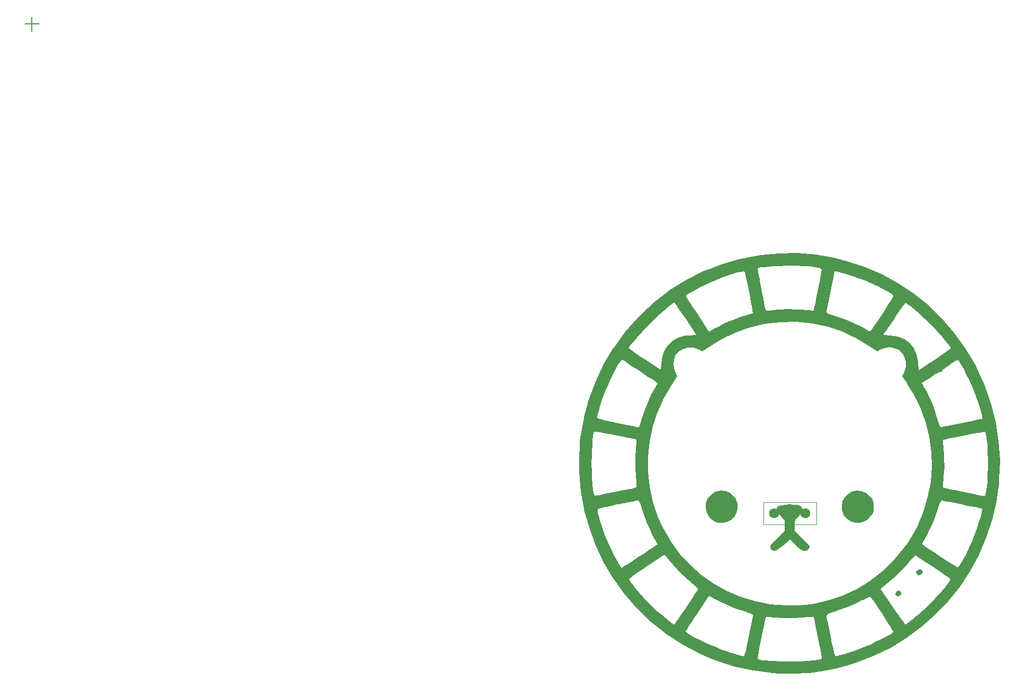
<source format=gbr>
%TF.GenerationSoftware,KiCad,Pcbnew,8.0.4*%
%TF.CreationDate,2024-08-07T13:37:20+08:00*%
%TF.ProjectId,flashlight schematic,666c6173-686c-4696-9768-742073636865,rev?*%
%TF.SameCoordinates,Original*%
%TF.FileFunction,Legend,Top*%
%TF.FilePolarity,Positive*%
%FSLAX46Y46*%
G04 Gerber Fmt 4.6, Leading zero omitted, Abs format (unit mm)*
G04 Created by KiCad (PCBNEW 8.0.4) date 2024-08-07 13:37:20*
%MOMM*%
%LPD*%
G01*
G04 APERTURE LIST*
%ADD10C,0.150000*%
%ADD11C,0.100000*%
%ADD12C,0.000000*%
%ADD13C,0.120000*%
%ADD14C,1.600000*%
G04 APERTURE END LIST*
D10*
X27757142Y-29287200D02*
X30042857Y-29287200D01*
X28899999Y-30430057D02*
X28899999Y-28144342D01*
D11*
%TO.C,SW1*%
X145850000Y-105850000D02*
X154350000Y-105850000D01*
X145850000Y-109350000D02*
X145850000Y-105850000D01*
X154350000Y-105850000D02*
X154350000Y-109350000D01*
X154350000Y-109350000D02*
X145850000Y-109350000D01*
D12*
%TO.C,G\u002A\u002A\u002A*%
G36*
X125301658Y-114545304D02*
G01*
X125231492Y-114615470D01*
X125161326Y-114545304D01*
X125231492Y-114475139D01*
X125301658Y-114545304D01*
G37*
G36*
X140176796Y-122544199D02*
G01*
X140106630Y-122614365D01*
X140036465Y-122544199D01*
X140106630Y-122474034D01*
X140176796Y-122544199D01*
G37*
G36*
X167743483Y-120016569D02*
G01*
X167920001Y-120226977D01*
X167878403Y-120526708D01*
X167741910Y-120709866D01*
X167497900Y-120900950D01*
X167280547Y-120884296D01*
X167143247Y-120807120D01*
X166990477Y-120575532D01*
X167022467Y-120282361D01*
X167205911Y-120042706D01*
X167385235Y-119970872D01*
X167743483Y-120016569D01*
G37*
G36*
X171158903Y-116682431D02*
G01*
X171245208Y-116802086D01*
X171318187Y-117029826D01*
X171265570Y-117178211D01*
X171109866Y-117341910D01*
X170838933Y-117538759D01*
X170598510Y-117488558D01*
X170428534Y-117342189D01*
X170285047Y-117087949D01*
X170353282Y-116851028D01*
X170581701Y-116645923D01*
X170890587Y-116587510D01*
X171158903Y-116682431D01*
G37*
G36*
X139835648Y-104056112D02*
G01*
X140586648Y-104379085D01*
X140995120Y-104693715D01*
X141476036Y-105319425D01*
X141729769Y-106044229D01*
X141761375Y-106809626D01*
X141575912Y-107557118D01*
X141178440Y-108228205D01*
X140647361Y-108715952D01*
X140089506Y-108969230D01*
X139403059Y-109100404D01*
X138709345Y-109097925D01*
X138139380Y-108954693D01*
X137783036Y-108727500D01*
X137394118Y-108386744D01*
X137268214Y-108252658D01*
X136809610Y-107542797D01*
X136604253Y-106786291D01*
X136640869Y-106030309D01*
X136908182Y-105322017D01*
X137394920Y-104708584D01*
X138089808Y-104237177D01*
X138244646Y-104167472D01*
X139034919Y-103981736D01*
X139835648Y-104056112D01*
G37*
G36*
X161562385Y-104051129D02*
G01*
X162291975Y-104352494D01*
X162911790Y-104865422D01*
X163294707Y-105420473D01*
X163455257Y-105943292D01*
X163503749Y-106590105D01*
X163440229Y-107228026D01*
X163293902Y-107672346D01*
X162913617Y-108213686D01*
X162409508Y-108686536D01*
X161886995Y-108992131D01*
X161883959Y-108993283D01*
X161285855Y-109118151D01*
X160607891Y-109111815D01*
X160000377Y-108978753D01*
X159893371Y-108933983D01*
X159167192Y-108456248D01*
X158669069Y-107819798D01*
X158410055Y-107042022D01*
X158373635Y-106542768D01*
X158503767Y-105694090D01*
X158873250Y-104990529D01*
X159476222Y-104440670D01*
X159996027Y-104167472D01*
X160778558Y-103982424D01*
X161562385Y-104051129D01*
G37*
G36*
X150681771Y-106208527D02*
G01*
X151304221Y-106281276D01*
X151578730Y-106343291D01*
X151922629Y-106464366D01*
X152071149Y-106634212D01*
X152104822Y-106953027D01*
X152104973Y-106998055D01*
X152066314Y-107331874D01*
X151917103Y-107630177D01*
X151607487Y-107980885D01*
X151473481Y-108111750D01*
X151126112Y-108459668D01*
X150937244Y-108729697D01*
X150858649Y-109033778D01*
X150842101Y-109483851D01*
X150841989Y-109577518D01*
X150841989Y-110438210D01*
X152068724Y-111595273D01*
X152585595Y-112087315D01*
X152926479Y-112432420D01*
X153121574Y-112674068D01*
X153201076Y-112855743D01*
X153195183Y-113020925D01*
X153153759Y-113157660D01*
X152983698Y-113458338D01*
X152688423Y-113588491D01*
X152539268Y-113608394D01*
X152210825Y-113597573D01*
X151909105Y-113463212D01*
X151538053Y-113160174D01*
X151489315Y-113115009D01*
X151071650Y-112728263D01*
X150659468Y-112351503D01*
X150488829Y-112197651D01*
X150065504Y-111819087D01*
X149043880Y-112726118D01*
X148437960Y-113228713D01*
X147970541Y-113524813D01*
X147605286Y-113627475D01*
X147305856Y-113549756D01*
X147133229Y-113412629D01*
X146967580Y-113185036D01*
X146944675Y-112939990D01*
X147083331Y-112641846D01*
X147402365Y-112254962D01*
X147920593Y-111743692D01*
X148104420Y-111572964D01*
X149296133Y-110475691D01*
X149297238Y-109586102D01*
X149287512Y-109090052D01*
X149226618Y-108764404D01*
X149069287Y-108498960D01*
X148770247Y-108183522D01*
X148688173Y-108103496D01*
X148254469Y-107597964D01*
X148012492Y-107128147D01*
X147982620Y-106739975D01*
X148031337Y-106623083D01*
X148274387Y-106454182D01*
X148728594Y-106322941D01*
X149326319Y-106234695D01*
X149999924Y-106194779D01*
X150681771Y-106208527D01*
G37*
G36*
X154238510Y-66224441D02*
G01*
X157132981Y-66713633D01*
X159036358Y-67184816D01*
X161957810Y-68149061D01*
X164752743Y-69357810D01*
X167408345Y-70800497D01*
X169911804Y-72466558D01*
X172250305Y-74345428D01*
X174411036Y-76426544D01*
X176381184Y-78699340D01*
X178147937Y-81153253D01*
X179698480Y-83777717D01*
X180095484Y-84548384D01*
X181331773Y-87330112D01*
X182312323Y-90199041D01*
X183032763Y-93131997D01*
X183488724Y-96105803D01*
X183675837Y-99097285D01*
X183589732Y-102083268D01*
X183530692Y-102768169D01*
X183100063Y-105787065D01*
X182409111Y-108721404D01*
X181468735Y-111557533D01*
X180289830Y-114281803D01*
X178883295Y-116880563D01*
X177260026Y-119340160D01*
X175430921Y-121646946D01*
X173406878Y-123787268D01*
X171198792Y-125747476D01*
X168817562Y-127513919D01*
X166274085Y-129072946D01*
X163579259Y-130410906D01*
X160743979Y-131514148D01*
X160524862Y-131587416D01*
X159135592Y-132000235D01*
X157574057Y-132385792D01*
X155948618Y-132721353D01*
X154367639Y-132984188D01*
X153168169Y-133130692D01*
X152348148Y-133189879D01*
X151354353Y-133230299D01*
X150276577Y-133251111D01*
X149204611Y-133251474D01*
X148228245Y-133230546D01*
X147437270Y-133187486D01*
X147403868Y-133184708D01*
X144293571Y-132785247D01*
X141285310Y-132124441D01*
X138381909Y-131203490D01*
X137339805Y-130763683D01*
X144948067Y-130763683D01*
X145014744Y-130913336D01*
X145250578Y-131017684D01*
X145709267Y-131099468D01*
X145754973Y-131105432D01*
X148741542Y-131350834D01*
X151757220Y-131329276D01*
X153894199Y-131150542D01*
X154518853Y-131069305D01*
X154911219Y-130992061D01*
X155119081Y-130904526D01*
X155190218Y-130792418D01*
X155192266Y-130762525D01*
X155165784Y-130557890D01*
X155092625Y-130134856D01*
X154982222Y-129540351D01*
X154844005Y-128821300D01*
X154687405Y-128024631D01*
X154521855Y-127197270D01*
X154356786Y-126386142D01*
X154201628Y-125638175D01*
X154065814Y-125000294D01*
X153958776Y-124519427D01*
X153889943Y-124242500D01*
X153872199Y-124194483D01*
X153718602Y-124184497D01*
X153338766Y-124198121D01*
X152785864Y-124232464D01*
X152113067Y-124284634D01*
X151936748Y-124299740D01*
X150749696Y-124378610D01*
X149669117Y-124389262D01*
X148529295Y-124331912D01*
X148188319Y-124304665D01*
X147495834Y-124249986D01*
X146910891Y-124211573D01*
X146486586Y-124192328D01*
X146276012Y-124195154D01*
X146263208Y-124199408D01*
X146219265Y-124348662D01*
X146132148Y-124726701D01*
X146011256Y-125286617D01*
X145865988Y-125981500D01*
X145705742Y-126764439D01*
X145539916Y-127588526D01*
X145377908Y-128406850D01*
X145229117Y-129172502D01*
X145102940Y-129838573D01*
X145008777Y-130358152D01*
X144956025Y-130684331D01*
X144948067Y-130763683D01*
X137339805Y-130763683D01*
X135586194Y-130023593D01*
X132900990Y-128585949D01*
X130329122Y-126891758D01*
X129783562Y-126458648D01*
X133413856Y-126458648D01*
X133482287Y-126606464D01*
X133776967Y-126839231D01*
X134262694Y-127139839D01*
X134904270Y-127491177D01*
X135666494Y-127876133D01*
X136514166Y-128277598D01*
X137412086Y-128678459D01*
X138325054Y-129061607D01*
X139217871Y-129409930D01*
X140055336Y-129706318D01*
X140176796Y-129746143D01*
X140797689Y-129947295D01*
X141362449Y-130130255D01*
X141788074Y-130268134D01*
X141930940Y-130314412D01*
X142234139Y-130412997D01*
X142469306Y-130466943D01*
X142652723Y-130446477D01*
X142800671Y-130321829D01*
X142929433Y-130063226D01*
X143055290Y-129640898D01*
X143194523Y-129025071D01*
X143363415Y-128185976D01*
X143513882Y-127419953D01*
X143691114Y-126511782D01*
X143850460Y-125680544D01*
X143983518Y-124971266D01*
X144081888Y-124428972D01*
X144137167Y-124098688D01*
X144145374Y-124035574D01*
X144143776Y-124004449D01*
X155929615Y-124004449D01*
X155972372Y-124202325D01*
X156060671Y-124633101D01*
X156185962Y-125254279D01*
X156339695Y-126023357D01*
X156513319Y-126897836D01*
X156602794Y-127350553D01*
X156824595Y-128446811D01*
X157007278Y-129285406D01*
X157155899Y-129885836D01*
X157275516Y-130267603D01*
X157371186Y-130450206D01*
X157412580Y-130472929D01*
X157621572Y-130435366D01*
X158033876Y-130333881D01*
X158584002Y-130185281D01*
X159038786Y-130055603D01*
X159822326Y-129812169D01*
X160680990Y-129521513D01*
X161469713Y-129233443D01*
X161726025Y-129132957D01*
X162331454Y-128875632D01*
X163027519Y-128558128D01*
X163769054Y-128203576D01*
X164510893Y-127835102D01*
X165207872Y-127475834D01*
X165814824Y-127148900D01*
X166286584Y-126877429D01*
X166577986Y-126684548D01*
X166649468Y-126611812D01*
X166590744Y-126460949D01*
X166399619Y-126119024D01*
X166102105Y-125625799D01*
X165724216Y-125021034D01*
X165291964Y-124344492D01*
X164831361Y-123635934D01*
X164368419Y-122935120D01*
X163929152Y-122281813D01*
X163539572Y-121715774D01*
X163225692Y-121276763D01*
X163013523Y-121004543D01*
X162934670Y-120933569D01*
X162780727Y-120994002D01*
X162425379Y-121157283D01*
X161917935Y-121400101D01*
X161307703Y-121699148D01*
X161158489Y-121773186D01*
X160311308Y-122167141D01*
X159329598Y-122581320D01*
X158349107Y-122960316D01*
X157674631Y-123195171D01*
X156920677Y-123447671D01*
X156403627Y-123641329D01*
X156089785Y-123791771D01*
X155945453Y-123914625D01*
X155929615Y-124004449D01*
X144143776Y-124004449D01*
X144136615Y-123864922D01*
X144038156Y-123735673D01*
X143797811Y-123616982D01*
X143363394Y-123478007D01*
X143053592Y-123390297D01*
X141087468Y-122731354D01*
X139085020Y-121844849D01*
X138420425Y-121503004D01*
X137155214Y-120828858D01*
X135333132Y-123557940D01*
X134811640Y-124340098D01*
X134340007Y-125049521D01*
X133941421Y-125651165D01*
X133639067Y-126109988D01*
X133456132Y-126390947D01*
X133413856Y-126458648D01*
X129783562Y-126458648D01*
X127873415Y-124942217D01*
X127767943Y-124850474D01*
X125587732Y-122762489D01*
X123616045Y-120493083D01*
X121900845Y-118112643D01*
X124351144Y-118112643D01*
X124411919Y-118291149D01*
X124638452Y-118638417D01*
X125002791Y-119120108D01*
X125476987Y-119701887D01*
X126033089Y-120349417D01*
X126643147Y-121028359D01*
X127251254Y-121675370D01*
X127753086Y-122177915D01*
X128337954Y-122733526D01*
X128968473Y-123310021D01*
X129607256Y-123875215D01*
X130216921Y-124396925D01*
X130760080Y-124842967D01*
X131199350Y-125181158D01*
X131497344Y-125379313D01*
X131598471Y-125417752D01*
X131697618Y-125304905D01*
X131928220Y-124989928D01*
X132267705Y-124505313D01*
X132693499Y-123883551D01*
X133183030Y-123157132D01*
X133511050Y-122664821D01*
X134028865Y-121879921D01*
X134493041Y-121167876D01*
X134881318Y-120563527D01*
X135171434Y-120101717D01*
X135341126Y-119817287D01*
X135375917Y-119746105D01*
X135292995Y-119583188D01*
X135036678Y-119309505D01*
X134659760Y-118980462D01*
X134604094Y-118936067D01*
X133852048Y-118298334D01*
X133010259Y-117511857D01*
X132155838Y-116653576D01*
X131365893Y-115800429D01*
X130828886Y-115169237D01*
X130052952Y-114208878D01*
X127221227Y-116110293D01*
X126433055Y-116642496D01*
X125726130Y-117125518D01*
X125132796Y-117536795D01*
X124685398Y-117853760D01*
X124416279Y-118053850D01*
X124351144Y-118112643D01*
X121900845Y-118112643D01*
X121860955Y-118057281D01*
X120330533Y-115470107D01*
X119032851Y-112746585D01*
X117975981Y-109901738D01*
X117206525Y-107091327D01*
X119329654Y-107091327D01*
X119390838Y-107495391D01*
X119522266Y-108065247D01*
X119710551Y-108752108D01*
X119942309Y-109507191D01*
X120204154Y-110281709D01*
X120482699Y-111026877D01*
X120486712Y-111037017D01*
X120804090Y-111801541D01*
X121166407Y-112614184D01*
X121552983Y-113434817D01*
X121943140Y-114223314D01*
X122316198Y-114939547D01*
X122651476Y-115543390D01*
X122928296Y-115994714D01*
X123125978Y-116253394D01*
X123198709Y-116299448D01*
X123343421Y-116224881D01*
X123687514Y-116015522D01*
X124197259Y-115692884D01*
X124838928Y-115278479D01*
X125578790Y-114793821D01*
X126097253Y-114450730D01*
X126879449Y-113930929D01*
X127580868Y-113464485D01*
X128168652Y-113073275D01*
X128609940Y-112779177D01*
X128871874Y-112604069D01*
X128930503Y-112564334D01*
X128890837Y-112438936D01*
X128729337Y-112175170D01*
X128674752Y-112096719D01*
X128380561Y-111614479D01*
X128027410Y-110927060D01*
X127642521Y-110096389D01*
X127253115Y-109184390D01*
X126886413Y-108252990D01*
X126569637Y-107364114D01*
X126497730Y-107144233D01*
X126272565Y-106454034D01*
X126105780Y-105991304D01*
X125975672Y-105714518D01*
X125860539Y-105582149D01*
X125738678Y-105552672D01*
X125671279Y-105562908D01*
X125448121Y-105608797D01*
X124994931Y-105699381D01*
X124357160Y-105825668D01*
X123580258Y-105978670D01*
X122709675Y-106149395D01*
X122424862Y-106205102D01*
X121547250Y-106380968D01*
X120761879Y-106546564D01*
X120110996Y-106692311D01*
X119636848Y-106808629D01*
X119381682Y-106885939D01*
X119352100Y-106901840D01*
X119329654Y-107091327D01*
X117206525Y-107091327D01*
X117167994Y-106950592D01*
X116652288Y-104160774D01*
X116549060Y-103226344D01*
X116473269Y-102097805D01*
X116425482Y-100846695D01*
X116408122Y-99670166D01*
X118385830Y-99670166D01*
X118401106Y-100927315D01*
X118445990Y-102051499D01*
X118517535Y-103017221D01*
X118612796Y-103798982D01*
X118728824Y-104371287D01*
X118862674Y-104708639D01*
X118977807Y-104792266D01*
X119179295Y-104765467D01*
X119613232Y-104690371D01*
X120237101Y-104574928D01*
X121008384Y-104427090D01*
X121884560Y-104254805D01*
X122351101Y-104161497D01*
X123251490Y-103978409D01*
X124056086Y-103810982D01*
X124725290Y-103667772D01*
X125219505Y-103557330D01*
X125499132Y-103488212D01*
X125546863Y-103471186D01*
X125557330Y-103317006D01*
X125543648Y-102937599D01*
X125508765Y-102387091D01*
X125455630Y-101719607D01*
X125444599Y-101593959D01*
X125366419Y-100407596D01*
X125358024Y-99287646D01*
X125396421Y-98527545D01*
X127380544Y-98527545D01*
X127386212Y-100957531D01*
X127651961Y-103377956D01*
X128179132Y-105767127D01*
X128969067Y-108103353D01*
X129788436Y-109914365D01*
X131045917Y-112097244D01*
X132504000Y-114094297D01*
X134145747Y-115897041D01*
X135954223Y-117496990D01*
X137912492Y-118885658D01*
X140003618Y-120054561D01*
X142210665Y-120995213D01*
X144516696Y-121699129D01*
X146904776Y-122157825D01*
X149357969Y-122362814D01*
X151859338Y-122305612D01*
X154002479Y-122045882D01*
X156369992Y-121511199D01*
X158656601Y-120717676D01*
X160832983Y-119684833D01*
X164612031Y-119684833D01*
X166532811Y-122548900D01*
X167067055Y-123339817D01*
X167552300Y-124047363D01*
X167966204Y-124639837D01*
X168286423Y-125085536D01*
X168490617Y-125352760D01*
X168554145Y-125416981D01*
X168695666Y-125335240D01*
X169009314Y-125109194D01*
X169450149Y-124772454D01*
X169973232Y-124358633D01*
X170027625Y-124314877D01*
X170694084Y-123751981D01*
X171449268Y-123073193D01*
X172193162Y-122370345D01*
X172740539Y-121823993D01*
X173275837Y-121256411D01*
X173832170Y-120641773D01*
X174377086Y-120018829D01*
X174878131Y-119426332D01*
X175302852Y-118903033D01*
X175618794Y-118487682D01*
X175793504Y-118219031D01*
X175817752Y-118149647D01*
X175705491Y-118049141D01*
X175396790Y-117822360D01*
X174930866Y-117495465D01*
X174346934Y-117094620D01*
X173684213Y-116645985D01*
X172981920Y-116175722D01*
X172279271Y-115709993D01*
X171615484Y-115274961D01*
X171029777Y-114896786D01*
X170561365Y-114601631D01*
X170249466Y-114415658D01*
X170142606Y-114363741D01*
X169976805Y-114446800D01*
X169709219Y-114704193D01*
X169403540Y-115072882D01*
X168869348Y-115721723D01*
X168177365Y-116476060D01*
X167392567Y-117270662D01*
X166579929Y-118040301D01*
X165804428Y-118719747D01*
X165620657Y-118870547D01*
X164612031Y-119684833D01*
X160832983Y-119684833D01*
X160842153Y-119680481D01*
X162906493Y-118414782D01*
X164829468Y-116935748D01*
X166590924Y-115258548D01*
X168170707Y-113398350D01*
X168779083Y-112502964D01*
X171279331Y-112502964D01*
X171322629Y-112638879D01*
X171357160Y-112663022D01*
X171525388Y-112770489D01*
X171889489Y-113011549D01*
X172413265Y-113361951D01*
X173060518Y-113797442D01*
X173795050Y-114293770D01*
X174141246Y-114528351D01*
X174901455Y-115036860D01*
X175591520Y-115485103D01*
X176175429Y-115850769D01*
X176617175Y-116111545D01*
X176880747Y-116245119D01*
X176932240Y-116257706D01*
X177079072Y-116129062D01*
X177316481Y-115804727D01*
X177607285Y-115338905D01*
X177818022Y-114966299D01*
X178186982Y-114264869D01*
X178572973Y-113494122D01*
X178909710Y-112787465D01*
X179003355Y-112580663D01*
X179289759Y-111901460D01*
X179589498Y-111131266D01*
X179888368Y-110313774D01*
X180172162Y-109492677D01*
X180426676Y-108711668D01*
X180637704Y-108014439D01*
X180791039Y-107444683D01*
X180872478Y-107046094D01*
X180867814Y-106862363D01*
X180863735Y-106858561D01*
X180714373Y-106820510D01*
X180328912Y-106737704D01*
X179746902Y-106618200D01*
X179007894Y-106470057D01*
X178151437Y-106301333D01*
X177645304Y-106202808D01*
X176734402Y-106025160D01*
X175912895Y-105862912D01*
X175221882Y-105724347D01*
X174702465Y-105617749D01*
X174395742Y-105551400D01*
X174333415Y-105535366D01*
X174227030Y-105637523D01*
X174065891Y-105967352D01*
X173868996Y-106481728D01*
X173721066Y-106925359D01*
X173356392Y-107988157D01*
X172930391Y-109086315D01*
X172476085Y-110143001D01*
X172026501Y-111081386D01*
X171616331Y-111821929D01*
X171371799Y-112248278D01*
X171279331Y-112502964D01*
X168779083Y-112502964D01*
X169548663Y-111370324D01*
X170493907Y-109633702D01*
X171455439Y-107351726D01*
X172155388Y-104998588D01*
X172595360Y-102597619D01*
X172776964Y-100172150D01*
X172701807Y-97745509D01*
X172463835Y-96013208D01*
X174592694Y-96013208D01*
X174606070Y-96392344D01*
X174639564Y-96944562D01*
X174690351Y-97616667D01*
X174704665Y-97788319D01*
X174780419Y-98972777D01*
X174788232Y-100053045D01*
X174727885Y-101194843D01*
X174699740Y-101536748D01*
X174644984Y-102232781D01*
X174609779Y-102824005D01*
X174596489Y-103256545D01*
X174607478Y-103476526D01*
X174613977Y-103491694D01*
X174769474Y-103541837D01*
X175153437Y-103634535D01*
X175719287Y-103760402D01*
X176420448Y-103910050D01*
X177210341Y-104074095D01*
X178042390Y-104243151D01*
X178870015Y-104407831D01*
X179646640Y-104558750D01*
X180325687Y-104686522D01*
X180860578Y-104781760D01*
X181204735Y-104835079D01*
X181311348Y-104841288D01*
X181365412Y-104692353D01*
X181440236Y-104326699D01*
X181524182Y-103806394D01*
X181576574Y-103426665D01*
X181662588Y-102522044D01*
X181718796Y-101419907D01*
X181745152Y-100201820D01*
X181741610Y-98949348D01*
X181708123Y-97744058D01*
X181644645Y-96667513D01*
X181580791Y-96021547D01*
X181502223Y-95425199D01*
X181428467Y-94940818D01*
X181369624Y-94630985D01*
X181343665Y-94552304D01*
X181197092Y-94562054D01*
X180821659Y-94619635D01*
X180263371Y-94716118D01*
X179568233Y-94842579D01*
X178782250Y-94990089D01*
X177951426Y-95149724D01*
X177121768Y-95312556D01*
X176339278Y-95469659D01*
X175649963Y-95612107D01*
X175099827Y-95730973D01*
X174734875Y-95817331D01*
X174602263Y-95860353D01*
X174592694Y-96013208D01*
X172463835Y-96013208D01*
X172371496Y-95341029D01*
X171787640Y-92982039D01*
X170951845Y-90691869D01*
X169865720Y-88493850D01*
X168933403Y-86987050D01*
X168789520Y-86774103D01*
X171215008Y-86774103D01*
X171257191Y-86897480D01*
X171414282Y-87182111D01*
X171555766Y-87412985D01*
X172035595Y-88241021D01*
X172495576Y-89186813D01*
X172950473Y-90287020D01*
X173415054Y-91578296D01*
X173904084Y-93097299D01*
X174082660Y-93685880D01*
X174250304Y-93815351D01*
X174454070Y-93802417D01*
X174680724Y-93754020D01*
X175137665Y-93660177D01*
X175779871Y-93529999D01*
X176562319Y-93372598D01*
X177439987Y-93197084D01*
X177785636Y-93128225D01*
X178668440Y-92951067D01*
X179454998Y-92790412D01*
X180104836Y-92654757D01*
X180577479Y-92552602D01*
X180832453Y-92492444D01*
X180865022Y-92481657D01*
X180871303Y-92319889D01*
X180797554Y-91943405D01*
X180658307Y-91401743D01*
X180468091Y-90744442D01*
X180241437Y-90021038D01*
X179992877Y-89281070D01*
X179736941Y-88574075D01*
X179659987Y-88373481D01*
X179388826Y-87714034D01*
X179059891Y-86970895D01*
X178695116Y-86187607D01*
X178316435Y-85407715D01*
X177945782Y-84674760D01*
X177605091Y-84032286D01*
X177316295Y-83523836D01*
X177101330Y-83192952D01*
X176995913Y-83084814D01*
X176810688Y-83127719D01*
X176472350Y-83299883D01*
X176036908Y-83562788D01*
X175560371Y-83877915D01*
X175098748Y-84206744D01*
X174708047Y-84510756D01*
X174444278Y-84751432D01*
X174363448Y-84890254D01*
X174365300Y-84893973D01*
X174375431Y-84981846D01*
X174289993Y-84943174D01*
X174084326Y-84962362D01*
X173719602Y-85135294D01*
X173336005Y-85377569D01*
X172900954Y-85675758D01*
X172533956Y-85923885D01*
X172327640Y-86059714D01*
X171987897Y-86276266D01*
X171452636Y-86620677D01*
X171215008Y-86774103D01*
X168789520Y-86774103D01*
X168068367Y-85706798D01*
X168366228Y-85014401D01*
X168615665Y-84142809D01*
X168620596Y-83323113D01*
X168411405Y-82585250D01*
X168018476Y-81959157D01*
X167472194Y-81474770D01*
X166802944Y-81162027D01*
X166041109Y-81050865D01*
X165217074Y-81171220D01*
X164677809Y-81380296D01*
X164051978Y-81684349D01*
X162884829Y-80901051D01*
X160668977Y-79576614D01*
X159584403Y-79077558D01*
X165037405Y-79077558D01*
X166184172Y-79140791D01*
X167363120Y-79328831D01*
X168386065Y-79743757D01*
X169236266Y-80368781D01*
X169896985Y-81187113D01*
X170351479Y-82181964D01*
X170583008Y-83336546D01*
X170600251Y-83569681D01*
X170664193Y-84729970D01*
X171043246Y-84481836D01*
X171278776Y-84325976D01*
X171702816Y-84043727D01*
X172270689Y-83664892D01*
X172937720Y-83219275D01*
X173621647Y-82761832D01*
X174310432Y-82295941D01*
X174910947Y-81880327D01*
X175386990Y-81540822D01*
X175702361Y-81303262D01*
X175820858Y-81193481D01*
X175820995Y-81192296D01*
X175730973Y-81011346D01*
X175482805Y-80663981D01*
X175109339Y-80189438D01*
X174643422Y-79626957D01*
X174117902Y-79015775D01*
X173565625Y-78395130D01*
X173019440Y-77804261D01*
X172745754Y-77518739D01*
X172256032Y-77033389D01*
X171682829Y-76493736D01*
X171064305Y-75932514D01*
X170438620Y-75382459D01*
X169843935Y-74876304D01*
X169318408Y-74446786D01*
X168900201Y-74126638D01*
X168627473Y-73948595D01*
X168554145Y-73923062D01*
X168450709Y-74035991D01*
X168217108Y-74350102D01*
X167876922Y-74831771D01*
X167453731Y-75447373D01*
X166971113Y-76163284D01*
X166745498Y-76502172D01*
X165037405Y-79077558D01*
X159584403Y-79077558D01*
X158371171Y-78519301D01*
X156001573Y-77731120D01*
X153570342Y-77214077D01*
X151087641Y-76970180D01*
X148563628Y-77001437D01*
X146008465Y-77309855D01*
X145342622Y-77435215D01*
X143344723Y-77954896D01*
X141315814Y-78701040D01*
X139332887Y-79641058D01*
X137472933Y-80742363D01*
X137373992Y-80808131D01*
X136074266Y-81677504D01*
X135455478Y-81376874D01*
X134624847Y-81115693D01*
X133769536Y-81100654D01*
X132955417Y-81323844D01*
X132268217Y-81759741D01*
X131828830Y-82320549D01*
X131565486Y-83034002D01*
X131489207Y-83825722D01*
X131611015Y-84621329D01*
X131779124Y-85060110D01*
X132082004Y-85683529D01*
X131206436Y-86993422D01*
X129931833Y-89145831D01*
X128910601Y-91397140D01*
X128144080Y-93725657D01*
X127633614Y-96109689D01*
X127380544Y-98527545D01*
X125396421Y-98527545D01*
X125419101Y-98078578D01*
X125437015Y-97844896D01*
X125488160Y-97138994D01*
X125521804Y-96538261D01*
X125535738Y-96095523D01*
X125527754Y-95863606D01*
X125520718Y-95843001D01*
X125361320Y-95788960D01*
X124976073Y-95695171D01*
X124410820Y-95570557D01*
X123711407Y-95424043D01*
X122923675Y-95264552D01*
X122093470Y-95101009D01*
X121266636Y-94942338D01*
X120489015Y-94797462D01*
X119806452Y-94675305D01*
X119264791Y-94584792D01*
X118909876Y-94534847D01*
X118787724Y-94532351D01*
X118712275Y-94787925D01*
X118636330Y-95273678D01*
X118563836Y-95939161D01*
X118498738Y-96733927D01*
X118444982Y-97607525D01*
X118406516Y-98509507D01*
X118387284Y-99389426D01*
X118385830Y-99670166D01*
X116408122Y-99670166D01*
X116406269Y-99544550D01*
X116416197Y-98262906D01*
X116455834Y-97073300D01*
X116525748Y-96047268D01*
X116583763Y-95530387D01*
X117145861Y-92395378D01*
X117192553Y-92222291D01*
X119321821Y-92222291D01*
X119338016Y-92421181D01*
X119340144Y-92423535D01*
X119487551Y-92468066D01*
X119863383Y-92559109D01*
X120421144Y-92686684D01*
X121114340Y-92840812D01*
X121896475Y-93011513D01*
X122721055Y-93188809D01*
X123541584Y-93362719D01*
X124311569Y-93523264D01*
X124984515Y-93660464D01*
X125513926Y-93764340D01*
X125853307Y-93824913D01*
X125902471Y-93832050D01*
X126036033Y-93735868D01*
X126063385Y-93670995D01*
X126686705Y-91687253D01*
X127316264Y-89981381D01*
X127953169Y-88550632D01*
X128585396Y-87412985D01*
X128794867Y-87062398D01*
X128914153Y-86824880D01*
X128925324Y-86766793D01*
X128800309Y-86682090D01*
X128475279Y-86465137D01*
X127984274Y-86138565D01*
X127361338Y-85725004D01*
X126640513Y-85247085D01*
X126283978Y-85010897D01*
X125514453Y-84498964D01*
X124813896Y-84028587D01*
X124219824Y-83625303D01*
X123769752Y-83314652D01*
X123501197Y-83122170D01*
X123452124Y-83083212D01*
X123295957Y-82982063D01*
X123156002Y-83031283D01*
X122969917Y-83269260D01*
X122851392Y-83453111D01*
X122544904Y-83978400D01*
X122165338Y-84688189D01*
X121749114Y-85508557D01*
X121332650Y-86365581D01*
X120952364Y-87185338D01*
X120644675Y-87893905D01*
X120559977Y-88104249D01*
X120259275Y-88909939D01*
X119979077Y-89728910D01*
X119732308Y-90515396D01*
X119531892Y-91223632D01*
X119390755Y-91807852D01*
X119321821Y-92222291D01*
X117192553Y-92222291D01*
X117957603Y-89386252D01*
X119017466Y-86506114D01*
X120323928Y-83758068D01*
X121848468Y-81190686D01*
X124323066Y-81190686D01*
X124435947Y-81292905D01*
X124749834Y-81525367D01*
X125230999Y-81864457D01*
X125845714Y-82286561D01*
X126560252Y-82768067D01*
X126884116Y-82983729D01*
X129441437Y-84680718D01*
X129526035Y-83545055D01*
X129667501Y-82539119D01*
X129921748Y-81754828D01*
X129930152Y-81736965D01*
X130528227Y-80780771D01*
X131310165Y-80034521D01*
X132267701Y-79503564D01*
X133392572Y-79193247D01*
X133964333Y-79126035D01*
X135119273Y-79041437D01*
X133403007Y-76482855D01*
X132898805Y-75737327D01*
X132444429Y-75077109D01*
X132063609Y-74535732D01*
X131780074Y-74146730D01*
X131617551Y-73943633D01*
X131590686Y-73921805D01*
X131399723Y-74011664D01*
X131043354Y-74265399D01*
X130557979Y-74651833D01*
X129980004Y-75139794D01*
X129345830Y-75698106D01*
X128691862Y-76295595D01*
X128054502Y-76901087D01*
X127678075Y-77272427D01*
X127079170Y-77888495D01*
X126470391Y-78541249D01*
X125882587Y-79194660D01*
X125346611Y-79812697D01*
X124893311Y-80359330D01*
X124553540Y-80798530D01*
X124358147Y-81094266D01*
X124323066Y-81190686D01*
X121848468Y-81190686D01*
X121875467Y-81145219D01*
X123670558Y-78670670D01*
X125707679Y-76337528D01*
X126292399Y-75738828D01*
X128524067Y-73703015D01*
X129645497Y-72854120D01*
X133470514Y-72854120D01*
X133471866Y-72876299D01*
X133557752Y-73032984D01*
X133777507Y-73388266D01*
X134108894Y-73907503D01*
X134529672Y-74556051D01*
X135017605Y-75299267D01*
X135335360Y-75779255D01*
X137159669Y-78526538D01*
X138141989Y-77988253D01*
X138736312Y-77678280D01*
X139461217Y-77322853D01*
X140188206Y-76984444D01*
X140409013Y-76886121D01*
X141135311Y-76590281D01*
X141937653Y-76299120D01*
X142673577Y-76063466D01*
X142864814Y-76009935D01*
X143406679Y-75859024D01*
X143841575Y-75725983D01*
X144100100Y-75632512D01*
X144137506Y-75612012D01*
X144139802Y-75456856D01*
X144125723Y-75345142D01*
X155946545Y-75345142D01*
X155967612Y-75468726D01*
X156127775Y-75594412D01*
X156466795Y-75742114D01*
X157024432Y-75931747D01*
X157275219Y-76010657D01*
X158800120Y-76529983D01*
X160203017Y-77097836D01*
X161420383Y-77687394D01*
X161928177Y-77975030D01*
X162373341Y-78238755D01*
X162718799Y-78436066D01*
X162900280Y-78530412D01*
X162910498Y-78533629D01*
X163004323Y-78424651D01*
X163229841Y-78113269D01*
X163564779Y-77631745D01*
X163986869Y-77012341D01*
X164473839Y-76287317D01*
X164804973Y-75789253D01*
X165320911Y-75001928D01*
X165780266Y-74285034D01*
X166161289Y-73673830D01*
X166442230Y-73203570D01*
X166601340Y-72909512D01*
X166629282Y-72831981D01*
X166504561Y-72654017D01*
X166154623Y-72392493D01*
X165615802Y-72065642D01*
X164924436Y-71691693D01*
X164116860Y-71288880D01*
X163229409Y-70875433D01*
X162298421Y-70469583D01*
X161360230Y-70089563D01*
X160595028Y-69804308D01*
X159898535Y-69566809D01*
X159190402Y-69343238D01*
X158522458Y-69147859D01*
X157946535Y-68994933D01*
X157514463Y-68898723D01*
X157278073Y-68873490D01*
X157251098Y-68884156D01*
X157214987Y-69031346D01*
X157133715Y-69414226D01*
X157015389Y-69992924D01*
X156868116Y-70727566D01*
X156700000Y-71578280D01*
X156612580Y-72024862D01*
X156434935Y-72931146D01*
X156272297Y-73753325D01*
X156133287Y-74448418D01*
X156026528Y-74973445D01*
X155960640Y-75285428D01*
X155946545Y-75345142D01*
X144125723Y-75345142D01*
X144091544Y-75073951D01*
X144001811Y-74509802D01*
X143879685Y-73810912D01*
X143734245Y-73023788D01*
X143574574Y-72194933D01*
X143409752Y-71370852D01*
X143248859Y-70598050D01*
X143100977Y-69923031D01*
X142975186Y-69392301D01*
X142880568Y-69052364D01*
X142837040Y-68952062D01*
X142627084Y-68913361D01*
X142199815Y-68974245D01*
X141594966Y-69121605D01*
X140852268Y-69342333D01*
X140011453Y-69623321D01*
X139112253Y-69951459D01*
X138194401Y-70313640D01*
X137297628Y-70696755D01*
X136668509Y-70987199D01*
X135545929Y-71538968D01*
X134658440Y-72005326D01*
X134012441Y-72382492D01*
X133614333Y-72666684D01*
X133470514Y-72854120D01*
X129645497Y-72854120D01*
X130925891Y-71884893D01*
X133481198Y-70292707D01*
X136173314Y-68934704D01*
X137531737Y-68395840D01*
X144953130Y-68395840D01*
X144959014Y-68546722D01*
X145013703Y-68929702D01*
X145109933Y-69501873D01*
X145240442Y-70220328D01*
X145397967Y-71042158D01*
X145420065Y-71154422D01*
X145649417Y-72314006D01*
X145831555Y-73227372D01*
X145973118Y-73923748D01*
X146080745Y-74432363D01*
X146161075Y-74782447D01*
X146220747Y-75003227D01*
X146266401Y-75123934D01*
X146304674Y-75173796D01*
X146334959Y-75182321D01*
X146505057Y-75171667D01*
X146899820Y-75142499D01*
X147464168Y-75099006D01*
X148143022Y-75045380D01*
X148298160Y-75032968D01*
X149738561Y-74957659D01*
X151109954Y-74978889D01*
X151992115Y-75039072D01*
X152676780Y-75092999D01*
X153253449Y-75130483D01*
X153668409Y-75148622D01*
X153867944Y-75144514D01*
X153877124Y-75140925D01*
X153921028Y-74991720D01*
X154008119Y-74613733D01*
X154128997Y-74053877D01*
X154274261Y-73359062D01*
X154434511Y-72576200D01*
X154600347Y-71752202D01*
X154762368Y-70933979D01*
X154911175Y-70168442D01*
X155037367Y-69502503D01*
X155131543Y-68983073D01*
X155184304Y-68657063D01*
X155192266Y-68577807D01*
X155056466Y-68432820D01*
X154666682Y-68302902D01*
X154049338Y-68191145D01*
X153230857Y-68100643D01*
X152237663Y-68034487D01*
X151096178Y-67995769D01*
X150140332Y-67986597D01*
X149304662Y-67997887D01*
X148425623Y-68028887D01*
X147551506Y-68075789D01*
X146730603Y-68134782D01*
X146011204Y-68202056D01*
X145441602Y-68273801D01*
X145070086Y-68346208D01*
X144953130Y-68395840D01*
X137531737Y-68395840D01*
X138985568Y-67819129D01*
X141901285Y-66954230D01*
X144903795Y-66348251D01*
X145439227Y-66269116D01*
X148340695Y-65998752D01*
X151290769Y-65985004D01*
X154238510Y-66224441D01*
G37*
D13*
%TO.C,D2*%
X159435000Y-105364000D02*
X159435000Y-105520000D01*
X159435000Y-107680000D02*
X159435000Y-107836000D01*
X159435000Y-105364484D02*
G75*
G02*
X162667335Y-105521392I1560000J-1235516D01*
G01*
X159954039Y-105520000D02*
G75*
G02*
X162036130Y-105520163I1040961J-1080000D01*
G01*
X162036130Y-107679837D02*
G75*
G02*
X159954039Y-107680000I-1041130J1079837D01*
G01*
X162667335Y-107678608D02*
G75*
G02*
X159435000Y-107835516I-1672335J1078608D01*
G01*
%TO.C,D1*%
X137570000Y-105364000D02*
X137570000Y-105520000D01*
X137570000Y-107680000D02*
X137570000Y-107836000D01*
X137570000Y-105364484D02*
G75*
G02*
X140802335Y-105521392I1560000J-1235516D01*
G01*
X138089039Y-105520000D02*
G75*
G02*
X140171130Y-105520163I1040961J-1080000D01*
G01*
X140171130Y-107679837D02*
G75*
G02*
X138089039Y-107680000I-1041130J1079837D01*
G01*
X140802335Y-107678608D02*
G75*
G02*
X137570000Y-107835516I-1672335J1078608D01*
G01*
%TD*%
D14*
%TO.C,SW1*%
X147600000Y-107600000D03*
X150100000Y-107600000D03*
X152600000Y-107600000D03*
%TD*%
M02*

</source>
